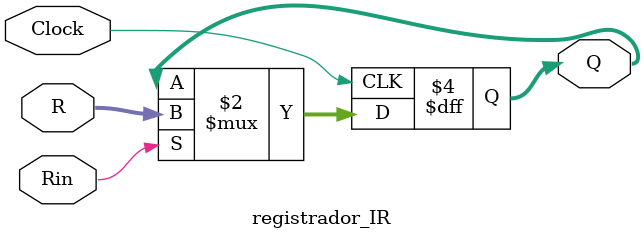
<source format=v>
module registrador_IR(R, Rin, Clock, Q);
  // Modulo que representa um registrador de 16 bits que quando habilitado
  // armazena o valor Rin na entrada R. O valor armazenado é lido na

  // inputs
  input [8:0] R; // entrada de dados
  input Rin, Clock;

  // outputs
  output reg [8:0] Q; // valor armazenado

  // reg [8:0] Q;
  always @(posedge Clock)
    if (Rin)
      Q <= R;
endmodule

</source>
